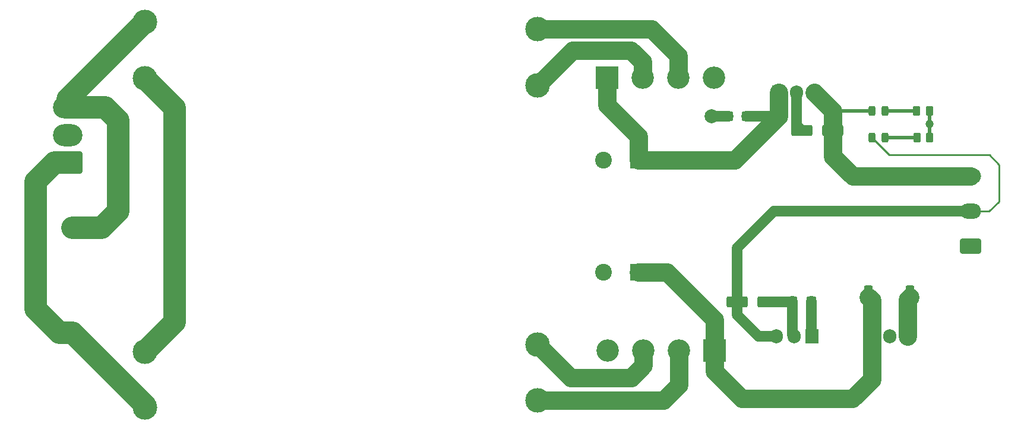
<source format=gbr>
%TF.GenerationSoftware,KiCad,Pcbnew,7.0.7*%
%TF.CreationDate,2023-08-27T17:08:45+10:00*%
%TF.ProjectId,PowerSupply,506f7765-7253-4757-9070-6c792e6b6963,rev?*%
%TF.SameCoordinates,Original*%
%TF.FileFunction,Copper,L1,Top*%
%TF.FilePolarity,Positive*%
%FSLAX46Y46*%
G04 Gerber Fmt 4.6, Leading zero omitted, Abs format (unit mm)*
G04 Created by KiCad (PCBNEW 7.0.7) date 2023-08-27 17:08:45*
%MOMM*%
%LPD*%
G01*
G04 APERTURE LIST*
G04 Aperture macros list*
%AMRoundRect*
0 Rectangle with rounded corners*
0 $1 Rounding radius*
0 $2 $3 $4 $5 $6 $7 $8 $9 X,Y pos of 4 corners*
0 Add a 4 corners polygon primitive as box body*
4,1,4,$2,$3,$4,$5,$6,$7,$8,$9,$2,$3,0*
0 Add four circle primitives for the rounded corners*
1,1,$1+$1,$2,$3*
1,1,$1+$1,$4,$5*
1,1,$1+$1,$6,$7*
1,1,$1+$1,$8,$9*
0 Add four rect primitives between the rounded corners*
20,1,$1+$1,$2,$3,$4,$5,0*
20,1,$1+$1,$4,$5,$6,$7,0*
20,1,$1+$1,$6,$7,$8,$9,0*
20,1,$1+$1,$8,$9,$2,$3,0*%
G04 Aperture macros list end*
%TA.AperFunction,ComponentPad*%
%ADD10R,1.905000X2.000000*%
%TD*%
%TA.AperFunction,ComponentPad*%
%ADD11O,1.905000X2.000000*%
%TD*%
%TA.AperFunction,SMDPad,CuDef*%
%ADD12RoundRect,0.250000X-0.262500X-0.450000X0.262500X-0.450000X0.262500X0.450000X-0.262500X0.450000X0*%
%TD*%
%TA.AperFunction,ComponentPad*%
%ADD13R,2.400000X2.400000*%
%TD*%
%TA.AperFunction,ComponentPad*%
%ADD14C,2.400000*%
%TD*%
%TA.AperFunction,SMDPad,CuDef*%
%ADD15RoundRect,0.243750X0.243750X0.456250X-0.243750X0.456250X-0.243750X-0.456250X0.243750X-0.456250X0*%
%TD*%
%TA.AperFunction,SMDPad,CuDef*%
%ADD16RoundRect,0.250000X-0.362500X-1.425000X0.362500X-1.425000X0.362500X1.425000X-0.362500X1.425000X0*%
%TD*%
%TA.AperFunction,SMDPad,CuDef*%
%ADD17RoundRect,0.250000X-1.250000X-0.550000X1.250000X-0.550000X1.250000X0.550000X-1.250000X0.550000X0*%
%TD*%
%TA.AperFunction,SMDPad,CuDef*%
%ADD18RoundRect,0.250000X1.250000X0.550000X-1.250000X0.550000X-1.250000X-0.550000X1.250000X-0.550000X0*%
%TD*%
%TA.AperFunction,SMDPad,CuDef*%
%ADD19RoundRect,0.250000X0.450000X0.425000X-0.450000X0.425000X-0.450000X-0.425000X0.450000X-0.425000X0*%
%TD*%
%TA.AperFunction,ComponentPad*%
%ADD20C,3.500000*%
%TD*%
%TA.AperFunction,ComponentPad*%
%ADD21R,3.200000X3.200000*%
%TD*%
%TA.AperFunction,ComponentPad*%
%ADD22C,3.200000*%
%TD*%
%TA.AperFunction,ComponentPad*%
%ADD23RoundRect,0.250000X1.850000X-1.330000X1.850000X1.330000X-1.850000X1.330000X-1.850000X-1.330000X0*%
%TD*%
%TA.AperFunction,ComponentPad*%
%ADD24O,4.200000X3.160000*%
%TD*%
%TA.AperFunction,ComponentPad*%
%ADD25RoundRect,0.316092X1.183908X-0.783908X1.183908X0.783908X-1.183908X0.783908X-1.183908X-0.783908X0*%
%TD*%
%TA.AperFunction,ComponentPad*%
%ADD26O,3.000000X2.200000*%
%TD*%
%TA.AperFunction,ViaPad*%
%ADD27C,2.000000*%
%TD*%
%TA.AperFunction,ViaPad*%
%ADD28C,1.200000*%
%TD*%
%TA.AperFunction,Conductor*%
%ADD29C,0.250000*%
%TD*%
%TA.AperFunction,Conductor*%
%ADD30C,2.600000*%
%TD*%
%TA.AperFunction,Conductor*%
%ADD31C,1.500000*%
%TD*%
%TA.AperFunction,Conductor*%
%ADD32C,0.500000*%
%TD*%
%TA.AperFunction,Conductor*%
%ADD33C,3.200000*%
%TD*%
G04 APERTURE END LIST*
D10*
%TO.P,U2,1,IN*%
%TO.N,Net-(Q1-B)*%
X162430000Y-121460000D03*
D11*
%TO.P,U2,2,GND*%
%TO.N,GNDA*%
X159890000Y-121460000D03*
%TO.P,U2,3,OUT*%
%TO.N,+5V*%
X157350000Y-121460000D03*
%TD*%
D12*
%TO.P,R1,1*%
%TO.N,Net-(D1-K)*%
X177387500Y-89250000D03*
%TO.P,R1,2*%
%TO.N,GNDA*%
X179212500Y-89250000D03*
%TD*%
D13*
%TO.P,C5,1*%
%TO.N,Net-(D4-+)*%
X137720000Y-112350000D03*
D14*
%TO.P,C5,2*%
%TO.N,GNDA*%
X132720000Y-112350000D03*
%TD*%
D15*
%TO.P,D3,1,K*%
%TO.N,Net-(D3-K)*%
X172877500Y-93130000D03*
%TO.P,D3,2,A*%
%TO.N,+5V*%
X171002500Y-93130000D03*
%TD*%
D16*
%TO.P,R2,1*%
%TO.N,Net-(D4-+)*%
X170497500Y-115850000D03*
%TO.P,R2,2*%
%TO.N,Net-(Q1-B)*%
X176422500Y-115850000D03*
%TD*%
D13*
%TO.P,C1,1*%
%TO.N,Net-(D2-+)*%
X137720000Y-96320000D03*
D14*
%TO.P,C1,2*%
%TO.N,GNDA*%
X132720000Y-96320000D03*
%TD*%
D10*
%TO.P,Q1,1,B*%
%TO.N,Net-(Q1-B)*%
X176060000Y-121480000D03*
D11*
%TO.P,Q1,2,C*%
%TO.N,+5V*%
X173520000Y-121480000D03*
%TO.P,Q1,3,E*%
%TO.N,Net-(D4-+)*%
X170980000Y-121480000D03*
%TD*%
D17*
%TO.P,C7,1*%
%TO.N,+5V*%
X151830000Y-116520000D03*
%TO.P,C7,2*%
%TO.N,GNDA*%
X156230000Y-116520000D03*
%TD*%
D18*
%TO.P,C3,1*%
%TO.N,+12V*%
X165460000Y-92110000D03*
%TO.P,C3,2*%
%TO.N,GNDA*%
X161060000Y-92110000D03*
%TD*%
D19*
%TO.P,C6,1*%
%TO.N,Net-(Q1-B)*%
X162380000Y-116500000D03*
%TO.P,C6,2*%
%TO.N,GNDA*%
X159680000Y-116500000D03*
%TD*%
D15*
%TO.P,D1,1,K*%
%TO.N,Net-(D1-K)*%
X172857500Y-89320000D03*
%TO.P,D1,2,A*%
%TO.N,+12V*%
X170982500Y-89320000D03*
%TD*%
D12*
%TO.P,R3,1*%
%TO.N,Net-(D3-K)*%
X177407500Y-93130000D03*
%TO.P,R3,2*%
%TO.N,GNDA*%
X179232500Y-93130000D03*
%TD*%
D10*
%TO.P,U1,1,IN*%
%TO.N,Net-(D2-+)*%
X157690000Y-86645000D03*
D11*
%TO.P,U1,2,GND*%
%TO.N,GNDA*%
X160230000Y-86645000D03*
%TO.P,U1,3,OUT*%
%TO.N,+12V*%
X162770000Y-86645000D03*
%TD*%
D20*
%TO.P,TR1,1*%
%TO.N,/Active*%
X67375000Y-76625000D03*
%TO.P,TR1,2*%
%TO.N,Net-(TR1-Pad2)*%
X67375000Y-84625000D03*
%TO.P,TR1,3*%
X67375000Y-123625000D03*
%TO.P,TR1,4*%
%TO.N,/Neutral*%
X67375000Y-131625000D03*
%TO.P,TR1,5*%
%TO.N,Net-(D4-Pad2)*%
X123375000Y-130625000D03*
%TO.P,TR1,6*%
%TO.N,Net-(D4-Pad3)*%
X123375000Y-122625000D03*
%TO.P,TR1,7*%
%TO.N,Net-(D2-Pad2)*%
X123375000Y-85625000D03*
%TO.P,TR1,8*%
%TO.N,Net-(D2-Pad3)*%
X123375000Y-77625000D03*
%TD*%
D14*
%TO.P,C4,1*%
%TO.N,/Active*%
X57090000Y-105990000D03*
%TO.P,C4,2*%
%TO.N,/Neutral*%
X57090000Y-120990000D03*
%TD*%
D21*
%TO.P,D2,1,+*%
%TO.N,Net-(D2-+)*%
X133250000Y-84560000D03*
D22*
%TO.P,D2,2*%
%TO.N,Net-(D2-Pad2)*%
X138330000Y-84560000D03*
%TO.P,D2,3*%
%TO.N,Net-(D2-Pad3)*%
X143410000Y-84560000D03*
%TO.P,D2,4,-*%
%TO.N,GNDA*%
X148490000Y-84560000D03*
%TD*%
D19*
%TO.P,C2,1*%
%TO.N,Net-(D2-+)*%
X153187500Y-90060000D03*
%TO.P,C2,2*%
%TO.N,GNDA*%
X150487500Y-90060000D03*
%TD*%
D23*
%TO.P,J2,1,Pin_1*%
%TO.N,/Neutral*%
X56370000Y-96680000D03*
D24*
%TO.P,J2,2,Pin_2*%
%TO.N,unconnected-(J2-Pin_2-Pad2)*%
X56370000Y-92720000D03*
%TO.P,J2,3,Pin_3*%
%TO.N,/Active*%
X56370000Y-88760000D03*
%TD*%
D21*
%TO.P,D4,1,+*%
%TO.N,Net-(D4-+)*%
X148610000Y-123500000D03*
D22*
%TO.P,D4,2*%
%TO.N,Net-(D4-Pad2)*%
X143530000Y-123500000D03*
%TO.P,D4,3*%
%TO.N,Net-(D4-Pad3)*%
X138450000Y-123500000D03*
%TO.P,D4,4,-*%
%TO.N,GNDA*%
X133370000Y-123500000D03*
%TD*%
D25*
%TO.P,J1,1,Pin_1*%
%TO.N,GNDA*%
X185100000Y-108620000D03*
D26*
%TO.P,J1,2,Pin_2*%
%TO.N,+5V*%
X185100000Y-103620000D03*
%TO.P,J1,3,Pin_3*%
%TO.N,+12V*%
X185100000Y-98620000D03*
%TD*%
D27*
%TO.N,GNDA*%
X148140000Y-90090000D03*
D28*
X179212500Y-91130000D03*
%TD*%
D29*
%TO.N,+5V*%
X187700000Y-103620000D02*
X185100000Y-103620000D01*
X189110000Y-102210000D02*
X187700000Y-103620000D01*
X187740000Y-95580000D02*
X189110000Y-96950000D01*
X189110000Y-96950000D02*
X189110000Y-102210000D01*
X173452500Y-95580000D02*
X187740000Y-95580000D01*
X171002500Y-93130000D02*
X173452500Y-95580000D01*
D30*
%TO.N,+12V*%
X168290000Y-98620000D02*
X185100000Y-98620000D01*
X165460000Y-92110000D02*
X165460000Y-95790000D01*
X165460000Y-95790000D02*
X168290000Y-98620000D01*
D31*
%TO.N,+5V*%
X157040000Y-103620000D02*
X185100000Y-103620000D01*
X151830000Y-108830000D02*
X157040000Y-103620000D01*
X151830000Y-116520000D02*
X151830000Y-108830000D01*
D32*
%TO.N,Net-(D1-K)*%
X177317500Y-89320000D02*
X177387500Y-89250000D01*
X172857500Y-89320000D02*
X177317500Y-89320000D01*
D30*
%TO.N,Net-(D2-+)*%
X157690000Y-86645000D02*
X157690000Y-90050000D01*
X151420000Y-96320000D02*
X137720000Y-96320000D01*
D31*
X153187500Y-90060000D02*
X157680000Y-90060000D01*
D30*
X133250000Y-88420000D02*
X137720000Y-92890000D01*
D31*
X157680000Y-90060000D02*
X157690000Y-90050000D01*
D30*
X133250000Y-84560000D02*
X133250000Y-88420000D01*
X137720000Y-92890000D02*
X137720000Y-96320000D01*
X157690000Y-90050000D02*
X151420000Y-96320000D01*
%TO.N,+12V*%
X165460000Y-89310000D02*
X165460000Y-92110000D01*
D32*
X170982500Y-89320000D02*
X165470000Y-89320000D01*
D30*
X162795000Y-86645000D02*
X165460000Y-89310000D01*
X162770000Y-86645000D02*
X162795000Y-86645000D01*
D32*
X165470000Y-89320000D02*
X165460000Y-89310000D01*
D31*
%TO.N,+5V*%
X151830000Y-118450000D02*
X151830000Y-116520000D01*
X154840000Y-121460000D02*
X151830000Y-118450000D01*
X157350000Y-121460000D02*
X154840000Y-121460000D01*
%TO.N,GNDA*%
X159680000Y-116500000D02*
X159680000Y-121250000D01*
D32*
X179212500Y-89250000D02*
X179212500Y-93110000D01*
D31*
X156230000Y-116520000D02*
X159660000Y-116520000D01*
D32*
X179212500Y-93110000D02*
X179232500Y-93130000D01*
D31*
X161060000Y-92110000D02*
X160230000Y-91280000D01*
X160230000Y-91280000D02*
X160230000Y-86645000D01*
X150487500Y-90060000D02*
X148140000Y-90060000D01*
X159660000Y-116520000D02*
X159680000Y-116500000D01*
X148140000Y-90060000D02*
X148140000Y-90090000D01*
X159680000Y-121250000D02*
X159890000Y-121460000D01*
D30*
%TO.N,Net-(D4-+)*%
X170980000Y-121480000D02*
X170980000Y-116332500D01*
X148610000Y-126490000D02*
X152490000Y-130370000D01*
X170980000Y-116332500D02*
X170497500Y-115850000D01*
X141830000Y-112350000D02*
X148610000Y-119130000D01*
X148610000Y-123500000D02*
X148610000Y-126490000D01*
X152490000Y-130370000D02*
X168230000Y-130370000D01*
X168230000Y-130370000D02*
X170980000Y-127620000D01*
X137720000Y-112350000D02*
X141830000Y-112350000D01*
X148610000Y-119130000D02*
X148610000Y-123500000D01*
X170980000Y-127620000D02*
X170980000Y-121480000D01*
D31*
%TO.N,Net-(Q1-B)*%
X162380000Y-116500000D02*
X162380000Y-121410000D01*
X162380000Y-121410000D02*
X162430000Y-121460000D01*
D30*
X176060000Y-121480000D02*
X176060000Y-116212500D01*
X176060000Y-116212500D02*
X176422500Y-115850000D01*
%TO.N,Net-(D2-Pad2)*%
X136662741Y-80630000D02*
X128370000Y-80630000D01*
X128370000Y-80630000D02*
X123375000Y-85625000D01*
X138330000Y-82297259D02*
X136662741Y-80630000D01*
X138330000Y-84560000D02*
X138330000Y-82297259D01*
%TO.N,Net-(D2-Pad3)*%
X123375000Y-77625000D02*
X139645000Y-77625000D01*
X139645000Y-77625000D02*
X143410000Y-81390000D01*
X143410000Y-81390000D02*
X143410000Y-84560000D01*
D32*
%TO.N,Net-(D3-K)*%
X172877500Y-93130000D02*
X177407500Y-93130000D01*
D30*
%TO.N,Net-(D4-Pad2)*%
X143530000Y-128370000D02*
X143530000Y-123500000D01*
X141275000Y-130625000D02*
X143530000Y-128370000D01*
X123375000Y-130625000D02*
X141275000Y-130625000D01*
%TO.N,Net-(D4-Pad3)*%
X136740000Y-127350000D02*
X138450000Y-125640000D01*
X123375000Y-122625000D02*
X128100000Y-127350000D01*
X138450000Y-125640000D02*
X138450000Y-123500000D01*
X128100000Y-127350000D02*
X136740000Y-127350000D01*
D33*
%TO.N,/Neutral*%
X56370000Y-96680000D02*
X54500000Y-96680000D01*
X67375000Y-131625000D02*
X67375000Y-131275000D01*
X55210000Y-120990000D02*
X57090000Y-120990000D01*
X54500000Y-96680000D02*
X51800000Y-99380000D01*
X51800000Y-117580000D02*
X55210000Y-120990000D01*
X51800000Y-99380000D02*
X51800000Y-117580000D01*
X67375000Y-131275000D02*
X57090000Y-120990000D01*
%TO.N,/Active*%
X63590000Y-103610000D02*
X63590000Y-90680000D01*
X67375000Y-76625000D02*
X56370000Y-87630000D01*
X57090000Y-105990000D02*
X61210000Y-105990000D01*
X61670000Y-88760000D02*
X56370000Y-88760000D01*
X56370000Y-87630000D02*
X56370000Y-88760000D01*
X61210000Y-105990000D02*
X63590000Y-103610000D01*
X63590000Y-90680000D02*
X61670000Y-88760000D01*
%TO.N,Net-(TR1-Pad2)*%
X67375000Y-123625000D02*
X71575000Y-119425000D01*
X71575000Y-119425000D02*
X71575000Y-88825000D01*
X71575000Y-88825000D02*
X67375000Y-84625000D01*
%TD*%
M02*

</source>
